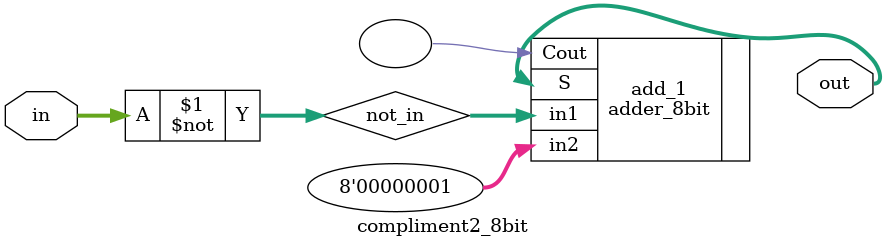
<source format=v>

module compliment2_25bit(in, out);

input	[24:0]	in;
output	[24:0]	out;

wire	[24:0]	not_in;

assign not_in = ~in;

adder_25bit add_1(.in1(not_in), .in2(25'd1), .S(out), .Cout());
endmodule

///////////////////////////////////////////////////////////////////////

module compliment2_10bit(in, out);

input	[9:0]	in;
output	[9:0]	out;

wire	[9:0]	not_in;

assign not_in = ~in;

adder_10bit add_1(.in1(not_in), .in2(10'd1), .S(out), .Cout());
endmodule

///////////////////////////////////////////////////////////////////////

module compliment2_9bit(in, out);

input	[8:0]	in;
output	[8:0]	out;

wire	[8:0]	not_in;

assign not_in = ~in;

adder_9bit add_1(.in1(not_in), .in2(9'd1), .S(out), .Cout());
endmodule

///////////////////////////////////////////////////////////////////////

module compliment2_8bit(in, out);

input	[7:0]	in;
output	[7:0]	out;

wire	[7:0]	not_in;

assign not_in = ~in;

adder_8bit add_1(.in1(not_in), .in2(8'd1), .S(out), .Cout());
endmodule

///////////////////////////////////////////////////////////////////////
</source>
